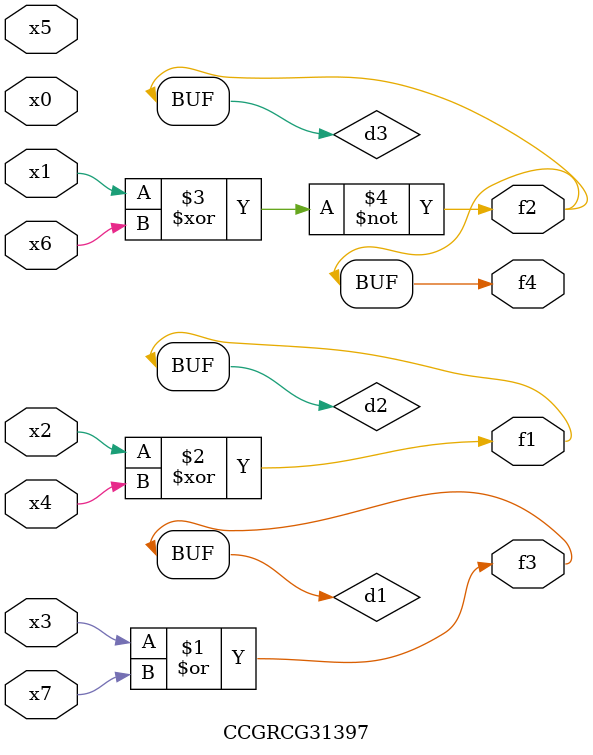
<source format=v>
module CCGRCG31397(
	input x0, x1, x2, x3, x4, x5, x6, x7,
	output f1, f2, f3, f4
);

	wire d1, d2, d3;

	or (d1, x3, x7);
	xor (d2, x2, x4);
	xnor (d3, x1, x6);
	assign f1 = d2;
	assign f2 = d3;
	assign f3 = d1;
	assign f4 = d3;
endmodule

</source>
